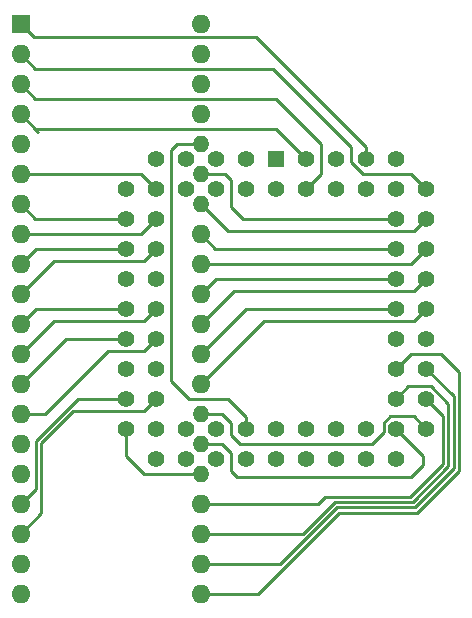
<source format=gtl>
G04 #@! TF.GenerationSoftware,KiCad,Pcbnew,(6.0.0)*
G04 #@! TF.CreationDate,2023-01-29T20:41:16-05:00*
G04 #@! TF.ProjectId,tms7000 plcc 68 adapter,746d7337-3030-4302-9070-6c6363203638,rev?*
G04 #@! TF.SameCoordinates,Original*
G04 #@! TF.FileFunction,Copper,L1,Top*
G04 #@! TF.FilePolarity,Positive*
%FSLAX46Y46*%
G04 Gerber Fmt 4.6, Leading zero omitted, Abs format (unit mm)*
G04 Created by KiCad (PCBNEW (6.0.0)) date 2023-01-29 20:41:16*
%MOMM*%
%LPD*%
G01*
G04 APERTURE LIST*
G04 #@! TA.AperFunction,ComponentPad*
%ADD10R,1.600000X1.600000*%
G04 #@! TD*
G04 #@! TA.AperFunction,ComponentPad*
%ADD11O,1.600000X1.600000*%
G04 #@! TD*
G04 #@! TA.AperFunction,ComponentPad*
%ADD12O,1.400000X1.400000*%
G04 #@! TD*
G04 #@! TA.AperFunction,ComponentPad*
%ADD13R,1.422400X1.422400*%
G04 #@! TD*
G04 #@! TA.AperFunction,ComponentPad*
%ADD14C,1.422400*%
G04 #@! TD*
G04 #@! TA.AperFunction,Conductor*
%ADD15C,0.250000*%
G04 #@! TD*
G04 APERTURE END LIST*
D10*
X120116000Y-48531500D03*
D11*
X120116000Y-51071500D03*
X120116000Y-53611500D03*
X120116000Y-56151500D03*
X120116000Y-58691500D03*
X120116000Y-61231500D03*
X120116000Y-63771500D03*
X120116000Y-66311500D03*
X120116000Y-68851500D03*
X120116000Y-71391500D03*
X120116000Y-73931500D03*
X120116000Y-76471500D03*
X120116000Y-79011500D03*
X120116000Y-81551500D03*
X120116000Y-84091500D03*
X120116000Y-86631500D03*
X120116000Y-89171500D03*
X120116000Y-91711500D03*
X120116000Y-94251500D03*
X120116000Y-96791500D03*
X135356000Y-96791500D03*
X135356000Y-94251500D03*
X135356000Y-91711500D03*
X135356000Y-89171500D03*
D12*
X135356000Y-86631500D03*
X135356000Y-84091500D03*
X135356000Y-81551500D03*
D11*
X135356000Y-79011500D03*
X135356000Y-76471500D03*
X135356000Y-73931500D03*
X135356000Y-71391500D03*
X135356000Y-68851500D03*
X135356000Y-66311500D03*
D12*
X135356000Y-63771500D03*
X135356000Y-61231500D03*
X135356000Y-58691500D03*
D11*
X135356000Y-56151500D03*
X135356000Y-53611500D03*
X135356000Y-51071500D03*
X135356000Y-48531500D03*
D13*
X141732000Y-59944000D03*
D14*
X141732000Y-62484000D03*
X139192000Y-59944000D03*
X139192000Y-62484000D03*
X136652000Y-59944000D03*
X136652000Y-62484000D03*
X134112000Y-59944000D03*
X134112000Y-62484000D03*
X131572000Y-59944000D03*
X129032000Y-62484000D03*
X131572000Y-62484000D03*
X129032000Y-65024000D03*
X131572000Y-65024000D03*
X129032000Y-67564000D03*
X131572000Y-67564000D03*
X129032000Y-70104000D03*
X131572000Y-70104000D03*
X129032000Y-72644000D03*
X131572000Y-72644000D03*
X129032000Y-75184000D03*
X131572000Y-75184000D03*
X129032000Y-77724000D03*
X131572000Y-77724000D03*
X129032000Y-80264000D03*
X131572000Y-80264000D03*
X129032000Y-82804000D03*
X131572000Y-85344000D03*
X131572000Y-82804000D03*
X134112000Y-85344000D03*
X134112000Y-82804000D03*
X136652000Y-85344000D03*
X136652000Y-82804000D03*
X139192000Y-85344000D03*
X139192000Y-82804000D03*
X141732000Y-85344000D03*
X141732000Y-82804000D03*
X144272000Y-85344000D03*
X144272000Y-82804000D03*
X146812000Y-85344000D03*
X146812000Y-82804000D03*
X149352000Y-85344000D03*
X149352000Y-82804000D03*
X151892000Y-85344000D03*
X154432000Y-82804000D03*
X151892000Y-82804000D03*
X154432000Y-80264000D03*
X151892000Y-80264000D03*
X154432000Y-77724000D03*
X151892000Y-77724000D03*
X154432000Y-75184000D03*
X151892000Y-75184000D03*
X154432000Y-72644000D03*
X151892000Y-72644000D03*
X154432000Y-70104000D03*
X151892000Y-70104000D03*
X154432000Y-67564000D03*
X151892000Y-67564000D03*
X154432000Y-65024000D03*
X151892000Y-65024000D03*
X154432000Y-62484000D03*
X151892000Y-59944000D03*
X151892000Y-62484000D03*
X149352000Y-59944000D03*
X149352000Y-62484000D03*
X146812000Y-59944000D03*
X146812000Y-62484000D03*
X144272000Y-59944000D03*
X144272000Y-62484000D03*
D15*
X121240511Y-49656011D02*
X120116000Y-48531500D01*
X140080011Y-49656011D02*
X121240511Y-49656011D01*
X149352000Y-59944000D02*
X149352000Y-58928000D01*
X149352000Y-58928000D02*
X140080011Y-49656011D01*
X141732000Y-54864000D02*
X121368500Y-54864000D01*
X145542000Y-61214000D02*
X145542000Y-58674000D01*
X121368500Y-54864000D02*
X120116000Y-53611500D01*
X145542000Y-58674000D02*
X141732000Y-54864000D01*
X144272000Y-62484000D02*
X145542000Y-61214000D01*
X148082000Y-60198000D02*
X148082000Y-58928000D01*
X153162000Y-61214000D02*
X149098000Y-61214000D01*
X148082000Y-58928000D02*
X141478000Y-52324000D01*
X154432000Y-62484000D02*
X153162000Y-61214000D01*
X141478000Y-52324000D02*
X121368500Y-52324000D01*
X121368500Y-52324000D02*
X120116000Y-51071500D01*
X149098000Y-61214000D02*
X148082000Y-60198000D01*
X121368500Y-57404000D02*
X141732000Y-57404000D01*
X120116000Y-56151500D02*
X121368500Y-57404000D01*
X141732000Y-57404000D02*
X144272000Y-59944000D01*
X120116000Y-56151500D02*
X121622500Y-57658000D01*
X129032000Y-65024000D02*
X121368500Y-65024000D01*
X121368500Y-65024000D02*
X120116000Y-63771500D01*
X129032000Y-67564000D02*
X121403500Y-67564000D01*
X121403500Y-67564000D02*
X120116000Y-68851500D01*
X121403500Y-72644000D02*
X120116000Y-73931500D01*
X129032000Y-72644000D02*
X121403500Y-72644000D01*
X129032000Y-75184000D02*
X123943500Y-75184000D01*
X123943500Y-75184000D02*
X120116000Y-79011500D01*
X131572000Y-62484000D02*
X130319500Y-61231500D01*
X130319500Y-61231500D02*
X120116000Y-61231500D01*
X131572000Y-65024000D02*
X130284500Y-66311500D01*
X130284500Y-66311500D02*
X120116000Y-66311500D01*
X131572000Y-67564000D02*
X130536289Y-68599711D01*
X130536289Y-68599711D02*
X122907789Y-68599711D01*
X122907789Y-68599711D02*
X120116000Y-71391500D01*
X131572000Y-72644000D02*
X130536289Y-73679711D01*
X122907789Y-73679711D02*
X120116000Y-76471500D01*
X130536289Y-73679711D02*
X122907789Y-73679711D01*
X131572000Y-75184000D02*
X130536289Y-76219711D01*
X122195922Y-81551500D02*
X120116000Y-81551500D01*
X130536289Y-76219711D02*
X127527711Y-76219711D01*
X127527711Y-76219711D02*
X122195922Y-81551500D01*
X124968000Y-80264000D02*
X121412000Y-83820000D01*
X129032000Y-80264000D02*
X124968000Y-80264000D01*
X121412000Y-87875500D02*
X120116000Y-89171500D01*
X121412000Y-83820000D02*
X121412000Y-87875500D01*
X135356000Y-94251500D02*
X142094782Y-94251500D01*
X153483802Y-89466480D02*
X156776480Y-86173802D01*
X142094782Y-94251500D02*
X146879803Y-89466480D01*
X156776480Y-80068480D02*
X154432000Y-77724000D01*
X156776480Y-86173802D02*
X156776480Y-80068480D01*
X146879803Y-89466480D02*
X153483802Y-89466480D01*
X153111405Y-88567441D02*
X155877440Y-85801406D01*
X145305500Y-89171500D02*
X145909559Y-88567441D01*
X145909559Y-88567441D02*
X153111405Y-88567441D01*
X135356000Y-89171500D02*
X145305500Y-89171500D01*
X155877440Y-85801406D02*
X155877440Y-81709440D01*
X155877440Y-81709440D02*
X154432000Y-80264000D01*
X153162000Y-86868000D02*
X138430000Y-86868000D01*
X137922000Y-84836000D02*
X137177500Y-84091500D01*
X137922000Y-86360000D02*
X137922000Y-84836000D01*
X151892000Y-82804000D02*
X154178000Y-85090000D01*
X137177500Y-84091500D02*
X135356000Y-84091500D01*
X154178000Y-85852000D02*
X153162000Y-86868000D01*
X138430000Y-86868000D02*
X137922000Y-86360000D01*
X154178000Y-85090000D02*
X154178000Y-85852000D01*
X121861520Y-89965980D02*
X120116000Y-91711500D01*
X130536289Y-81299711D02*
X124568007Y-81299711D01*
X121861520Y-84006198D02*
X121861520Y-89965980D01*
X131572000Y-80264000D02*
X130536289Y-81299711D01*
X124568007Y-81299711D02*
X121861520Y-84006198D01*
X157226000Y-77978000D02*
X157226000Y-86360000D01*
X157226000Y-86360000D02*
X153670000Y-89916000D01*
X151892000Y-77724000D02*
X153162000Y-76454000D01*
X140190500Y-96791500D02*
X135356000Y-96791500D01*
X153670000Y-89916000D02*
X147066000Y-89916000D01*
X153162000Y-76454000D02*
X155702000Y-76454000D01*
X155702000Y-76454000D02*
X157226000Y-77978000D01*
X147066000Y-89916000D02*
X140190500Y-96791500D01*
X156326960Y-85987604D02*
X156326960Y-80694242D01*
X156326960Y-80694242D02*
X154861007Y-79228289D01*
X154861007Y-79228289D02*
X152927711Y-79228289D01*
X153297604Y-89016960D02*
X156326960Y-85987604D01*
X135356000Y-91711500D02*
X143999064Y-91711500D01*
X143999064Y-91711500D02*
X146693606Y-89016960D01*
X146693606Y-89016960D02*
X153297604Y-89016960D01*
X152927711Y-79228289D02*
X151892000Y-80264000D01*
X129032000Y-85090000D02*
X130573500Y-86631500D01*
X129032000Y-82804000D02*
X129032000Y-85090000D01*
X130573500Y-86631500D02*
X135356000Y-86631500D01*
X149860000Y-84074000D02*
X150856289Y-83077711D01*
X137177500Y-81551500D02*
X137922000Y-82296000D01*
X137922000Y-82296000D02*
X137922000Y-83312000D01*
X150856289Y-83077711D02*
X150856289Y-82335422D01*
X151423422Y-81768289D02*
X153396289Y-81768289D01*
X150856289Y-82335422D02*
X151423422Y-81768289D01*
X135356000Y-81551500D02*
X137177500Y-81551500D01*
X153396289Y-81768289D02*
X154432000Y-82804000D01*
X137922000Y-83312000D02*
X138684000Y-84074000D01*
X138684000Y-84074000D02*
X149860000Y-84074000D01*
X139183500Y-72644000D02*
X135356000Y-76471500D01*
X151892000Y-72644000D02*
X139183500Y-72644000D01*
X151892000Y-70104000D02*
X136643500Y-70104000D01*
X136643500Y-70104000D02*
X135356000Y-71391500D01*
X136608500Y-67564000D02*
X135356000Y-66311500D01*
X151892000Y-67564000D02*
X136608500Y-67564000D01*
X137922000Y-61722000D02*
X137431500Y-61231500D01*
X137922000Y-64008000D02*
X137922000Y-61722000D01*
X138938000Y-65024000D02*
X137922000Y-64008000D01*
X137431500Y-61231500D02*
X135356000Y-61231500D01*
X151892000Y-65024000D02*
X138938000Y-65024000D01*
X133367500Y-58691500D02*
X132842000Y-59217000D01*
X132842000Y-78740000D02*
X134366000Y-80264000D01*
X134366000Y-80264000D02*
X137668000Y-80264000D01*
X137668000Y-80264000D02*
X139192000Y-81788000D01*
X135356000Y-58691500D02*
X133367500Y-58691500D01*
X132842000Y-59217000D02*
X132842000Y-78740000D01*
X139192000Y-81788000D02*
X139192000Y-82804000D01*
X140687789Y-73679711D02*
X135356000Y-79011500D01*
X153396289Y-73679711D02*
X140687789Y-73679711D01*
X154432000Y-72644000D02*
X153396289Y-73679711D01*
X154432000Y-70104000D02*
X153396289Y-71139711D01*
X153396289Y-71139711D02*
X138147789Y-71139711D01*
X138147789Y-71139711D02*
X135356000Y-73931500D01*
X153144500Y-68851500D02*
X135356000Y-68851500D01*
X154432000Y-67564000D02*
X153144500Y-68851500D01*
X154432000Y-65024000D02*
X153396289Y-66059711D01*
X153396289Y-66059711D02*
X137644211Y-66059711D01*
X137644211Y-66059711D02*
X135356000Y-63771500D01*
M02*

</source>
